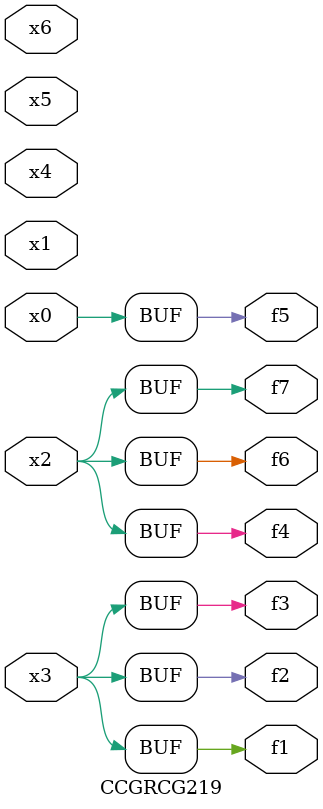
<source format=v>
module CCGRCG219(
	input x0, x1, x2, x3, x4, x5, x6,
	output f1, f2, f3, f4, f5, f6, f7
);
	assign f1 = x3;
	assign f2 = x3;
	assign f3 = x3;
	assign f4 = x2;
	assign f5 = x0;
	assign f6 = x2;
	assign f7 = x2;
endmodule

</source>
